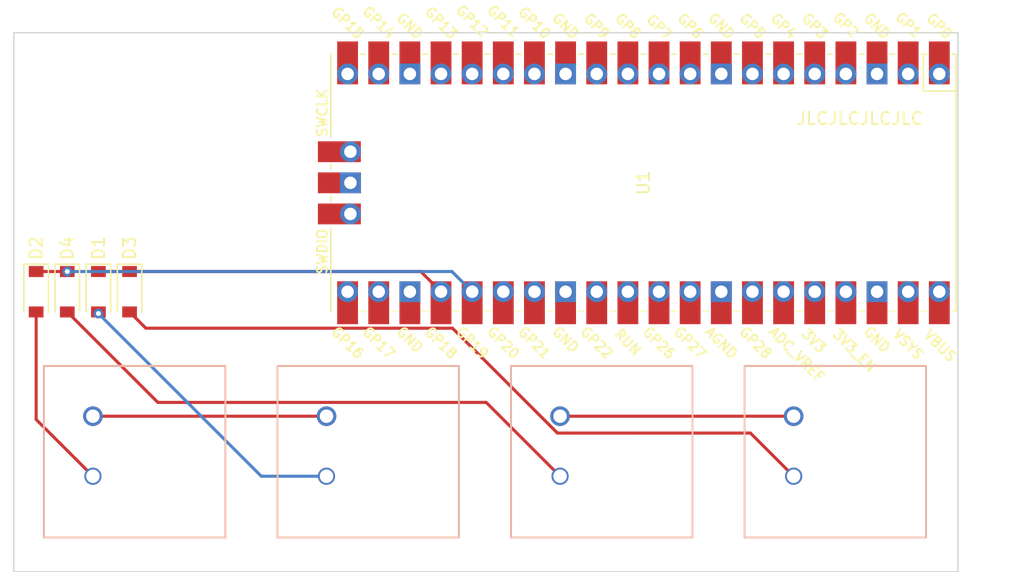
<source format=kicad_pcb>
(kicad_pcb (version 20211014) (generator pcbnew)
  (layers (0 "F.Cu" signal) (31 "B.Cu" signal) (34 "B.Paste" user) (35 "F.Paste" user) (36 "B.SilkS" user "B.Silkscreen") (37 "F.SilkS" user "F.Silkscreen") (38 "B.Mask" user) (39 "F.Mask" user) (44 "Edge.Cuts" user))
  (net 0 "")
  (net 1 "row0")
  (net 2 "row1")
  (net 3 "col0")
  (net 4 "col1")
  (net 40 "Net-(D1-Pad2)")
  (net 41 "Net-(D2-Pad2)")
  (net 42 "Net-(D3-Pad2)")
  (net 43 "Net-(D4-Pad2)")
  (footprint "Diode_SMD:D_SOD-123" (layer "F.Cu") (at 88.9 104.14 -90)
    (fp_text reference "D1" (at -3.556 0 90) (layer "F.SilkS"))
    (fp_text value "1N4148W")
    (fp_line (start -2.25 1) (end 1.65 1) (layer "F.SilkS") (width 0.12))
    (fp_line (start -2.25 -1) (end -2.25 1) (layer "F.SilkS") (width 0.12))
    (fp_line (start -2.25 -1) (end 1.65 -1) (layer "F.SilkS") (width 0.12))
    (pad "1" smd rect (at -1.65 0 270) (size 0.9 1.2) (layers "F.Cu" "F.Paste" "F.Mask") (net 1 "row0"))
    (pad "2" smd rect (at 1.65 0 270) (size 0.9 1.2) (layers "F.Cu" "F.Paste" "F.Mask") (net 40 "Net-(D1-Pad2)"))
  )
  (footprint "Diode_SMD:D_SOD-123" (layer "F.Cu") (at 83.82 104.14 -90)
    (fp_text reference "D2" (at -3.556 0 90) (layer "F.SilkS"))
    (fp_text value "1N4148W")
    (fp_line (start -2.25 1) (end 1.65 1) (layer "F.SilkS") (width 0.12))
    (fp_line (start -2.25 -1) (end -2.25 1) (layer "F.SilkS") (width 0.12))
    (fp_line (start -2.25 -1) (end 1.65 -1) (layer "F.SilkS") (width 0.12))
    (pad "1" smd rect (at -1.65 0 270) (size 0.9 1.2) (layers "F.Cu" "F.Paste" "F.Mask") (net 2 "row1"))
    (pad "2" smd rect (at 1.65 0 270) (size 0.9 1.2) (layers "F.Cu" "F.Paste" "F.Mask") (net 41 "Net-(D2-Pad2)"))
  )
  (footprint "Diode_SMD:D_SOD-123" (layer "F.Cu") (at 91.44 104.14 -90)
    (fp_text reference "D3" (at -3.556 0 90) (layer "F.SilkS"))
    (fp_text value "1N4148W")
    (fp_line (start -2.25 -1) (end 1.65 -1) (layer "F.SilkS") (width 0.12))
    (fp_line (start -2.25 1) (end 1.65 1) (layer "F.SilkS") (width 0.12))
    (fp_line (start -2.25 -1) (end -2.25 1) (layer "F.SilkS") (width 0.12))
    (pad "1" smd rect (at -1.65 0 270) (size 0.9 1.2) (layers "F.Cu" "F.Paste" "F.Mask") (net 1 "row0"))
    (pad "2" smd rect (at 1.65 0 270) (size 0.9 1.2) (layers "F.Cu" "F.Paste" "F.Mask") (net 42 "Net-(D3-Pad2)"))
  )
  (footprint "pg1425:Kailh-PG1425-X-Switch" (layer "F.Cu") (at 133.35 114.3)
    (fp_text reference "SW4" hide)
    (fp_text value "SW_PUSH")
    (fp_line (start -10.800008 9.899836) (end 3.999992 9.899836) (layer "B.SilkS") (width 0.15))
    (fp_line (start 3.999992 -4.100164) (end -10.800008 -4.100164) (layer "B.SilkS") (width 0.15))
    (fp_line (start -10.800008 -4.100164) (end -10.800008 9.899836) (layer "B.SilkS") (width 0.15))
    (fp_line (start 3.999992 9.899836) (end 3.999992 -4.100164) (layer "B.SilkS") (width 0.15))
    (fp_line (start -10.8 -4.1) (end 4 -4.1) (layer "F.SilkS") (width 0.15))
    (fp_line (start 4 9.9) (end -10.8 9.9) (layer "F.SilkS") (width 0.15))
    (fp_line (start 4 -4.1) (end 4 9.9) (layer "F.SilkS") (width 0.15))
    (fp_line (start -10.8 9.9) (end -10.8 -4.1) (layer "F.SilkS") (width 0.15))
    (pad "" np_thru_hole oval locked (at -3.4 3.8) (size 5.1 4.1) (drill oval 5.1 4.1) (layers *.Cu *.Mask))
    (pad "" np_thru_hole oval locked (at -1.85 3.8) (size 2 4.1) (drill oval 2 4.1) (layers *.Cu *.Mask))
    (pad "" np_thru_hole oval locked (at -5.8 3.8) (size 0.3 4.1) (drill oval 0.3 4.1) (layers *.Cu *.Mask))
    (pad "" np_thru_hole oval locked (at -3.4 1.9) (size 5.1 0.3) (drill oval 5.1 0.3) (layers *.Cu *.Mask))
    (pad "" np_thru_hole circle locked (at -8.900008 -2.600164 180) (size 1.3 1.3) (drill 1.3) (layers *.Cu *.Mask))
    (pad "" np_thru_hole oval locked (at -3.4 5.7) (size 5.1 0.3) (drill oval 5.1 0.3) (layers *.Cu *.Mask))
    (pad "" np_thru_hole oval locked (at -4.95 3.8) (size 2 4.1) (drill oval 2 4.1) (layers *.Cu *.Mask))
    (pad "" np_thru_hole oval locked (at -1 3.8) (size 0.3 4.1) (drill oval 0.3 4.1) (layers *.Cu *.Mask))
    (pad "" np_thru_hole circle locked (at 2.099992 8.399836 180) (size 1.3 1.3) (drill 1.3) (layers *.Cu *.Mask))
    (pad "1" thru_hole circle locked (at -6.800008 -0.000164 180) (size 1.6 1.6) (drill 1.1) (layers *.Cu *.Mask) (net 4 "col1"))
    (pad "2" thru_hole circle locked (at -6.800008 4.899836 180) (size 1.4 1.4) (drill 1.1) (layers *.Cu *.Mask) (net 43 "Net-(D4-Pad2)"))
  )
  (footprint "pg1425:Kailh-PG1425-X-Switch" (layer "F.Cu") (at 95.25 114.3)
    (fp_text reference "SW2" hide)
    (fp_text value "SW_PUSH")
    (fp_line (start -10.800008 9.899836) (end 3.999992 9.899836) (layer "B.SilkS") (width 0.15))
    (fp_line (start 3.999992 -4.100164) (end -10.800008 -4.100164) (layer "B.SilkS") (width 0.15))
    (fp_line (start 3.999992 9.899836) (end 3.999992 -4.100164) (layer "B.SilkS") (width 0.15))
    (fp_line (start -10.800008 -4.100164) (end -10.800008 9.899836) (layer "B.SilkS") (width 0.15))
    (fp_line (start 4 9.9) (end -10.8 9.9) (layer "F.SilkS") (width 0.15))
    (fp_line (start -10.8 -4.1) (end 4 -4.1) (layer "F.SilkS") (width 0.15))
    (fp_line (start -10.8 9.9) (end -10.8 -4.1) (layer "F.SilkS") (width 0.15))
    (fp_line (start 4 -4.1) (end 4 9.9) (layer "F.SilkS") (width 0.15))
    (pad "" np_thru_hole oval locked (at -4.95 3.8) (size 2 4.1) (drill oval 2 4.1) (layers *.Cu *.Mask))
    (pad "" np_thru_hole oval locked (at -5.8 3.8) (size 0.3 4.1) (drill oval 0.3 4.1) (layers *.Cu *.Mask))
    (pad "" np_thru_hole oval locked (at -1 3.8) (size 0.3 4.1) (drill oval 0.3 4.1) (layers *.Cu *.Mask))
    (pad "" np_thru_hole oval locked (at -1.85 3.8) (size 2 4.1) (drill oval 2 4.1) (layers *.Cu *.Mask))
    (pad "" np_thru_hole circle locked (at -8.900008 -2.600164 180) (size 1.3 1.3) (drill 1.3) (layers *.Cu *.Mask))
    (pad "" np_thru_hole oval locked (at -3.4 3.8) (size 5.1 4.1) (drill oval 5.1 4.1) (layers *.Cu *.Mask))
    (pad "" np_thru_hole oval locked (at -3.4 5.7) (size 5.1 0.3) (drill oval 5.1 0.3) (layers *.Cu *.Mask))
    (pad "" np_thru_hole oval locked (at -3.4 1.9) (size 5.1 0.3) (drill oval 5.1 0.3) (layers *.Cu *.Mask))
    (pad "" np_thru_hole circle locked (at 2.099992 8.399836 180) (size 1.3 1.3) (drill 1.3) (layers *.Cu *.Mask))
    (pad "1" thru_hole circle locked (at -6.800008 -0.000164 180) (size 1.6 1.6) (drill 1.1) (layers *.Cu *.Mask) (net 3 "col0"))
    (pad "2" thru_hole circle locked (at -6.800008 4.899836 180) (size 1.4 1.4) (drill 1.1) (layers *.Cu *.Mask) (net 41 "Net-(D2-Pad2)"))
  )
  (footprint "RPi-Pico:RPi_Pico_SMD_TH" (layer "F.Cu") (at 133.35 95.25 -90)
    (fp_text reference "U1" (at 0 0 90) (layer "F.SilkS"))
    (fp_text value "Pico")
    (fp_text user "ADC_VREF" (at 14 -12.5 135) (layer "F.SilkS") (effects (font (size 0.8 0.8))))
    (fp_text user "RUN" (at 13 1.27 135) (layer "F.SilkS") (effects (font (size 0.8 0.8))))
    (fp_text user "GP10" (at -13.054 8.89 135) (layer "F.SilkS") (effects (font (size 0.8 0.8))))
    (fp_text user "VBUS" (at 13.3 -24.2 135) (layer "F.SilkS") (effects (font (size 0.8 0.8))))
    (fp_text user "GP21" (at 13.054 8.9 135) (layer "F.SilkS") (effects (font (size 0.8 0.8))))
    (fp_text user "GP15" (at -13.054 24.13 135) (layer "F.SilkS") (effects (font (size 0.8 0.8))))
    (fp_text user "3V3_EN" (at 13.7 -17.2 135) (layer "F.SilkS") (effects (font (size 0.8 0.8))))
    (fp_text user "GND" (at 12.8 6.35 135) (layer "F.SilkS") (effects (font (size 0.8 0.8))))
    (fp_text user "GP0" (at -12.8 -24.13 135) (layer "F.SilkS") (effects (font (size 0.8 0.8))))
    (fp_text user "AGND" (at 13.054 -6.35 135) (layer "F.SilkS") (effects (font (size 0.8 0.8))))
    (fp_text user "GP16" (at 13.054 24.13 135) (layer "F.SilkS") (effects (font (size 0.8 0.8))))
    (fp_text user "SWDIO" (at 5.6 26.2 90) (layer "F.SilkS") (effects (font (size 0.8 0.8))))
    (fp_text user "GP3" (at -12.8 -13.97 135) (layer "F.SilkS") (effects (font (size 0.8 0.8))))
    (fp_text user "GP9" (at -12.8 3.81 135) (layer "F.SilkS") (effects (font (size 0.8 0.8))))
    (fp_text user "GP11" (at -13.2 11.43 135) (layer "F.SilkS") (effects (font (size 0.8 0.8))))
    (fp_text user "GP2" (at -12.9 -16.51 135) (layer "F.SilkS") (effects (font (size 0.8 0.8))))
    (fp_text user "VSYS" (at 13.2 -21.59 135) (layer "F.SilkS") (effects (font (size 0.8 0.8))))
    (fp_text user "GND" (at -12.8 -6.35 135) (layer "F.SilkS") (effects (font (size 0.8 0.8))))
    (fp_text user "GND" (at -12.8 -19.05 135) (layer "F.SilkS") (effects (font (size 0.8 0.8))))
    (fp_text user "SWCLK" (at -5.7 26.2 90) (layer "F.SilkS") (effects (font (size 0.8 0.8))))
    (fp_text user "GP5" (at -12.8 -8.89 135) (layer "F.SilkS") (effects (font (size 0.8 0.8))))
    (fp_text user "GND" (at -12.8 6.35 135) (layer "F.SilkS") (effects (font (size 0.8 0.8))))
    (fp_text user "GND" (at -12.8 19.05 135) (layer "F.SilkS") (effects (font (size 0.8 0.8))))
    (fp_text user "GP22" (at 13.054 3.81 135) (layer "F.SilkS") (effects (font (size 0.8 0.8))))
    (fp_text user "GP6" (at -12.8 -3.81 135) (layer "F.SilkS") (effects (font (size 0.8 0.8))))
    (fp_text user "GP18" (at 13.054 16.51 135) (layer "F.SilkS") (effects (font (size 0.8 0.8))))
    (fp_text user "GP4" (at -12.8 -11.43 135) (layer "F.SilkS") (effects (font (size 0.8 0.8))))
    (fp_text user "GP7" (at -12.7 -1.3 135) (layer "F.SilkS") (effects (font (size 0.8 0.8))))
    (fp_text user "GND" (at 12.8 -19.05 135) (layer "F.SilkS") (effects (font (size 0.8 0.8))))
    (fp_text user "GND" (at 12.8 19.05 135) (layer "F.SilkS") (effects (font (size 0.8 0.8))))
    (fp_text user "GP17" (at 13.054 21.59 135) (layer "F.SilkS") (effects (font (size 0.8 0.8))))
    (fp_text user "GP28" (at 13.054 -9.144 135) (layer "F.SilkS") (effects (font (size 0.8 0.8))))
    (fp_text user "GP13" (at -13.054 16.51 135) (layer "F.SilkS") (effects (font (size 0.8 0.8))))
    (fp_text user "GP20" (at 13.054 11.43 135) (layer "F.SilkS") (effects (font (size 0.8 0.8))))
    (fp_text user "GP14" (at -13.1 21.59 135) (layer "F.SilkS") (effects (font (size 0.8 0.8))))
    (fp_text user "GP8" (at -12.8 1.27 135) (layer "F.SilkS") (effects (font (size 0.8 0.8))))
    (fp_text user "GP26" (at 13.054 -1.27 135) (layer "F.SilkS") (effects (font (size 0.8 0.8))))
    (fp_text user "GP1" (at -12.9 -21.6 135) (layer "F.SilkS") (effects (font (size 0.8 0.8))))
    (fp_text user "GP19" (at 13.054 13.97 135) (layer "F.SilkS") (effects (font (size 0.8 0.8))))
    (fp_text user "3V3" (at 12.9 -13.9 135) (layer "F.SilkS") (effects (font (size 0.8 0.8))))
    (fp_text user "GP12" (at -13.2 13.97 135) (layer "F.SilkS") (effects (font (size 0.8 0.8))))
    (fp_text user "GP27" (at 13.054 -3.8 135) (layer "F.SilkS") (effects (font (size 0.8 0.8))))
    (fp_line (start 1.1 25.5) (end 1.5 25.5) (layer "F.SilkS") (width 0.12))
    (fp_line (start -10.5 12.5) (end -10.5 12.9) (layer "F.SilkS") (width 0.12))
    (fp_line (start 10.5 -18) (end 10.5 -17.6) (layer "F.SilkS") (width 0.12))
    (fp_line (start -10.5 -10.4) (end -10.5 -10) (layer "F.SilkS") (width 0.12))
    (fp_line (start -10.5 17.6) (end -10.5 18) (layer "F.SilkS") (width 0.12))
    (fp_line (start 10.5 -2.7) (end 10.5 -2.3) (layer "F.SilkS") (width 0.12))
    (fp_line (start -10.5 7.4) (end -10.5 7.8) (layer "F.SilkS") (width 0.12))
    (fp_line (start 10.5 -15.4) (end 10.5 -15) (layer "F.SilkS") (width 0.12))
    (fp_line (start -10.5 -7.8) (end -10.5 -7.4) (layer "F.SilkS") (width 0.12))
    (fp_line (start -10.5 -15.4) (end -10.5 -15) (layer "F.SilkS") (width 0.12))
    (fp_line (start -10.5 -18) (end -10.5 -17.6) (layer "F.SilkS") (width 0.12))
    (fp_line (start 10.5 17.6) (end 10.5 18) (layer "F.SilkS") (width 0.12))
    (fp_line (start 10.5 -10.4) (end 10.5 -10) (layer "F.SilkS") (width 0.12))
    (fp_line (start 10.5 -12.9) (end 10.5 -12.5) (layer "F.SilkS") (width 0.12))
    (fp_line (start 10.5 15.1) (end 10.5 15.5) (layer "F.SilkS") (width 0.12))
    (fp_line (start 10.5 4.9) (end 10.5 5.3) (layer "F.SilkS") (width 0.12))
    (fp_line (start 10.5 2.3) (end 10.5 2.7) (layer "F.SilkS") (width 0.12))
    (fp_line (start -1.5 25.5) (end -1.1 25.5) (layer "F.SilkS") (width 0.12))
    (fp_line (start -10.5 -12.9) (end -10.5 -12.5) (layer "F.SilkS") (width 0.12))
    (fp_line (start 10.5 25.5) (end 3.7 25.5) (layer "F.SilkS") (width 0.12))
    (fp_line (start -10.5 10) (end -10.5 10.4) (layer "F.SilkS") (width 0.12))
    (fp_line (start -10.5 22.7) (end -10.5 23.1) (layer "F.SilkS") (width 0.12))
    (fp_line (start 10.5 22.7) (end 10.5 23.1) (layer "F.SilkS") (width 0.12))
    (fp_line (start 10.5 -5.3) (end 10.5 -4.9) (layer "F.SilkS") (width 0.12))
    (fp_line (start 10.5 10) (end 10.5 10.4) (layer "F.SilkS") (width 0.12))
    (fp_line (start 10.5 7.4) (end 10.5 7.8) (layer "F.SilkS") (width 0.12))
    (fp_line (start -10.5 -2.7) (end -10.5 -2.3) (layer "F.SilkS") (width 0.12))
    (fp_line (start -7.493 -22.833) (end -7.493 -25.5) (layer "F.SilkS") (width 0.12))
    (fp_line (start -10.5 -23.1) (end -10.5 -22.7) (layer "F.SilkS") (width 0.12))
    (fp_line (start 10.5 -20.5) (end 10.5 -20.1) (layer "F.SilkS") (width 0.12))
    (fp_line (start 10.5 -25.5) (end 10.5 -25.2) (layer "F.SilkS") (width 0.12))
    (fp_line (start -10.5 20.1) (end -10.5 20.5) (layer "F.SilkS") (width 0.12))
    (fp_line (start 10.5 -0.2) (end 10.5 0.2) (layer "F.SilkS") (width 0.12))
    (fp_line (start -10.5 -5.3) (end -10.5 -4.9) (layer "F.SilkS") (width 0.12))
    (fp_line (start -10.5 -20.5) (end -10.5 -20.1) (layer "F.SilkS") (width 0.12))
    (fp_line (start -10.5 2.3) (end -10.5 2.7) (layer "F.SilkS") (width 0.12))
    (fp_line (start -3.7 25.5) (end -10.5 25.5) (layer "F.SilkS") (width 0.12))
    (fp_line (start -10.5 15.1) (end -10.5 15.5) (layer "F.SilkS") (width 0.12))
    (fp_line (start -10.5 4.9) (end -10.5 5.3) (layer "F.SilkS") (width 0.12))
    (fp_line (start 10.5 -23.1) (end 10.5 -22.7) (layer "F.SilkS") (width 0.12))
    (fp_line (start 10.5 -7.8) (end 10.5 -7.4) (layer "F.SilkS") (width 0.12))
    (fp_line (start -10.5 -25.5) (end -10.5 -25.2) (layer "F.SilkS") (width 0.12))
    (fp_line (start -10.5 -0.2) (end -10.5 0.2) (layer "F.SilkS") (width 0.12))
    (fp_line (start 10.5 12.5) (end 10.5 12.9) (layer "F.SilkS") (width 0.12))
    (fp_line (start 10.5 20.1) (end 10.5 20.5) (layer "F.SilkS") (width 0.12))
    (fp_line (start -10.5 -22.833) (end -7.493 -22.833) (layer "F.SilkS") (width 0.12))
    (fp_line (start -10.5 -25.5) (end 10.5 -25.5) (layer "F.SilkS") (width 0.12))
    (pad "" np_thru_hole oval (at 2.725 -24 270) (size 1.8 1.8) (drill 1.8) (layers *.Cu *.Mask))
    (pad "" np_thru_hole oval (at -2.425 -20.97 270) (size 1.5 1.5) (drill 1.5) (layers *.Cu *.Mask))
    (pad "" np_thru_hole oval (at -2.725 -24 270) (size 1.8 1.8) (drill 1.8) (layers *.Cu *.Mask))
    (pad "" np_thru_hole oval (at 2.425 -20.97 270) (size 1.5 1.5) (drill 1.5) (layers *.Cu *.Mask))
    (pad "1" smd rect (at -8.89 -24.13 270) (size 3.5 1.7) (drill (offset -0.9 0)) (layers "F.Cu" "F.Mask"))
    (pad "1" thru_hole oval (at -8.89 -24.13 270) (size 1.7 1.7) (drill 1.02) (layers *.Cu *.Mask))
    (pad "2" smd rect (at -8.89 -21.59 270) (size 3.5 1.7) (drill (offset -0.9 0)) (layers "F.Cu" "F.Mask"))
    (pad "2" thru_hole oval (at -8.89 -21.59 270) (size 1.7 1.7) (drill 1.02) (layers *.Cu *.Mask))
    (pad "3" thru_hole rect (at -8.89 -19.05 270) (size 1.7 1.7) (drill 1.02) (layers *.Cu *.Mask))
    (pad "3" smd rect (at -8.89 -19.05 270) (size 3.5 1.7) (drill (offset -0.9 0)) (layers "F.Cu" "F.Mask"))
    (pad "4" thru_hole oval (at -8.89 -16.51 270) (size 1.7 1.7) (drill 1.02) (layers *.Cu *.Mask))
    (pad "4" smd rect (at -8.89 -16.51 270) (size 3.5 1.7) (drill (offset -0.9 0)) (layers "F.Cu" "F.Mask"))
    (pad "5" smd rect (at -8.89 -13.97 270) (size 3.5 1.7) (drill (offset -0.9 0)) (layers "F.Cu" "F.Mask"))
    (pad "5" thru_hole oval (at -8.89 -13.97 270) (size 1.7 1.7) (drill 1.02) (layers *.Cu *.Mask))
    (pad "6" thru_hole oval (at -8.89 -11.43 270) (size 1.7 1.7) (drill 1.02) (layers *.Cu *.Mask))
    (pad "6" smd rect (at -8.89 -11.43 270) (size 3.5 1.7) (drill (offset -0.9 0)) (layers "F.Cu" "F.Mask"))
    (pad "7" smd rect (at -8.89 -8.89 270) (size 3.5 1.7) (drill (offset -0.9 0)) (layers "F.Cu" "F.Mask"))
    (pad "7" thru_hole oval (at -8.89 -8.89 270) (size 1.7 1.7) (drill 1.02) (layers *.Cu *.Mask))
    (pad "8" smd rect (at -8.89 -6.35 270) (size 3.5 1.7) (drill (offset -0.9 0)) (layers "F.Cu" "F.Mask"))
    (pad "8" thru_hole rect (at -8.89 -6.35 270) (size 1.7 1.7) (drill 1.02) (layers *.Cu *.Mask))
    (pad "9" thru_hole oval (at -8.89 -3.81 270) (size 1.7 1.7) (drill 1.02) (layers *.Cu *.Mask))
    (pad "9" smd rect (at -8.89 -3.81 270) (size 3.5 1.7) (drill (offset -0.9 0)) (layers "F.Cu" "F.Mask"))
    (pad "10" thru_hole oval (at -8.89 -1.27 270) (size 1.7 1.7) (drill 1.02) (layers *.Cu *.Mask))
    (pad "10" smd rect (at -8.89 -1.27 270) (size 3.5 1.7) (drill (offset -0.9 0)) (layers "F.Cu" "F.Mask"))
    (pad "11" smd rect (at -8.89 1.27 270) (size 3.5 1.7) (drill (offset -0.9 0)) (layers "F.Cu" "F.Mask"))
    (pad "11" thru_hole oval (at -8.89 1.27 270) (size 1.7 1.7) (drill 1.02) (layers *.Cu *.Mask))
    (pad "12" thru_hole oval (at -8.89 3.81 270) (size 1.7 1.7) (drill 1.02) (layers *.Cu *.Mask))
    (pad "12" smd rect (at -8.89 3.81 270) (size 3.5 1.7) (drill (offset -0.9 0)) (layers "F.Cu" "F.Mask"))
    (pad "13" smd rect (at -8.89 6.35 270) (size 3.5 1.7) (drill (offset -0.9 0)) (layers "F.Cu" "F.Mask"))
    (pad "13" thru_hole rect (at -8.89 6.35 270) (size 1.7 1.7) (drill 1.02) (layers *.Cu *.Mask))
    (pad "14" smd rect (at -8.89 8.89 270) (size 3.5 1.7) (drill (offset -0.9 0)) (layers "F.Cu" "F.Mask"))
    (pad "14" thru_hole oval (at -8.89 8.89 270) (size 1.7 1.7) (drill 1.02) (layers *.Cu *.Mask))
    (pad "15" thru_hole oval (at -8.89 11.43 270) (size 1.7 1.7) (drill 1.02) (layers *.Cu *.Mask))
    (pad "15" smd rect (at -8.89 11.43 270) (size 3.5 1.7) (drill (offset -0.9 0)) (layers "F.Cu" "F.Mask"))
    (pad "16" thru_hole oval (at -8.89 13.97 270) (size 1.7 1.7) (drill 1.02) (layers *.Cu *.Mask))
    (pad "16" smd rect (at -8.89 13.97 270) (size 3.5 1.7) (drill (offset -0.9 0)) (layers "F.Cu" "F.Mask"))
    (pad "17" thru_hole oval (at -8.89 16.51 270) (size 1.7 1.7) (drill 1.02) (layers *.Cu *.Mask))
    (pad "17" smd rect (at -8.89 16.51 270) (size 3.5 1.7) (drill (offset -0.9 0)) (layers "F.Cu" "F.Mask"))
    (pad "18" thru_hole rect (at -8.89 19.05 270) (size 1.7 1.7) (drill 1.02) (layers *.Cu *.Mask))
    (pad "18" smd rect (at -8.89 19.05 270) (size 3.5 1.7) (drill (offset -0.9 0)) (layers "F.Cu" "F.Mask"))
    (pad "19" thru_hole oval (at -8.89 21.59 270) (size 1.7 1.7) (drill 1.02) (layers *.Cu *.Mask))
    (pad "19" smd rect (at -8.89 21.59 270) (size 3.5 1.7) (drill (offset -0.9 0)) (layers "F.Cu" "F.Mask"))
    (pad "20" smd rect (at -8.89 24.13 270) (size 3.5 1.7) (drill (offset -0.9 0)) (layers "F.Cu" "F.Mask"))
    (pad "20" thru_hole oval (at -8.89 24.13 270) (size 1.7 1.7) (drill 1.02) (layers *.Cu *.Mask))
    (pad "21" thru_hole oval (at 8.89 24.13 270) (size 1.7 1.7) (drill 1.02) (layers *.Cu *.Mask) (net 3 "col0"))
    (pad "21" smd rect (at 8.89 24.13 270) (size 3.5 1.7) (drill (offset 0.9 0)) (layers "F.Cu" "F.Mask") (net 3 "col0"))
    (pad "22" smd rect (at 8.89 21.59 270) (size 3.5 1.7) (drill (offset 0.9 0)) (layers "F.Cu" "F.Mask") (net 4 "col1"))
    (pad "22" thru_hole oval (at 8.89 21.59 270) (size 1.7 1.7) (drill 1.02) (layers *.Cu *.Mask) (net 4 "col1"))
    (pad "23" thru_hole rect (at 8.89 19.05 270) (size 1.7 1.7) (drill 1.02) (layers *.Cu *.Mask))
    (pad "23" smd rect (at 8.89 19.05 270) (size 3.5 1.7) (drill (offset 0.9 0)) (layers "F.Cu" "F.Mask"))
    (pad "24" smd rect (at 8.89 16.51 270) (size 3.5 1.7) (drill (offset 0.9 0)) (layers "F.Cu" "F.Mask") (net 1 "row0"))
    (pad "24" thru_hole oval (at 8.89 16.51 270) (size 1.7 1.7) (drill 1.02) (layers *.Cu *.Mask) (net 1 "row0"))
    (pad "25" thru_hole oval (at 8.89 13.97 270) (size 1.7 1.7) (drill 1.02) (layers *.Cu *.Mask) (net 2 "row1"))
    (pad "25" smd rect (at 8.89 13.97 270) (size 3.5 1.7) (drill (offset 0.9 0)) (layers "F.Cu" "F.Mask") (net 2 "row1"))
    (pad "26" thru_hole oval (at 8.89 11.43 270) (size 1.7 1.7) (drill 1.02) (layers *.Cu *.Mask))
    (pad "26" smd rect (at 8.89 11.43 270) (size 3.5 1.7) (drill (offset 0.9 0)) (layers "F.Cu" "F.Mask"))
    (pad "27" smd rect (at 8.89 8.89 270) (size 3.5 1.7) (drill (offset 0.9 0)) (layers "F.Cu" "F.Mask"))
    (pad "27" thru_hole oval (at 8.89 8.89 270) (size 1.7 1.7) (drill 1.02) (layers *.Cu *.Mask))
    (pad "28" thru_hole rect (at 8.89 6.35 270) (size 1.7 1.7) (drill 1.02) (layers *.Cu *.Mask))
    (pad "28" smd rect (at 8.89 6.35 270) (size 3.5 1.7) (drill (offset 0.9 0)) (layers "F.Cu" "F.Mask"))
    (pad "29" thru_hole oval (at 8.89 3.81 270) (size 1.7 1.7) (drill 1.02) (layers *.Cu *.Mask))
    (pad "29" smd rect (at 8.89 3.81 270) (size 3.5 1.7) (drill (offset 0.9 0)) (layers "F.Cu" "F.Mask"))
    (pad "30" smd rect (at 8.89 1.27 270) (size 3.5 1.7) (drill (offset 0.9 0)) (layers "F.Cu" "F.Mask"))
    (pad "30" thru_hole oval (at 8.89 1.27 270) (size 1.7 1.7) (drill 1.02) (layers *.Cu *.Mask))
    (pad "31" smd rect (at 8.89 -1.27 270) (size 3.5 1.7) (drill (offset 0.9 0)) (layers "F.Cu" "F.Mask"))
    (pad "31" thru_hole oval (at 8.89 -1.27 270) (size 1.7 1.7) (drill 1.02) (layers *.Cu *.Mask))
    (pad "32" smd rect (at 8.89 -3.81 270) (size 3.5 1.7) (drill (offset 0.9 0)) (layers "F.Cu" "F.Mask"))
    (pad "32" thru_hole oval (at 8.89 -3.81 270) (size 1.7 1.7) (drill 1.02) (layers *.Cu *.Mask))
    (pad "33" thru_hole rect (at 8.89 -6.35 270) (size 1.7 1.7) (drill 1.02) (layers *.Cu *.Mask))
    (pad "33" smd rect (at 8.89 -6.35 270) (size 3.5 1.7) (drill (offset 0.9 0)) (layers "F.Cu" "F.Mask"))
    (pad "34" thru_hole oval (at 8.89 -8.89 270) (size 1.7 1.7) (drill 1.02) (layers *.Cu *.Mask))
    (pad "34" smd rect (at 8.89 -8.89 270) (size 3.5 1.7) (drill (offset 0.9 0)) (layers "F.Cu" "F.Mask"))
    (pad "35" thru_hole oval (at 8.89 -11.43 270) (size 1.7 1.7) (drill 1.02) (layers *.Cu *.Mask))
    (pad "35" smd rect (at 8.89 -11.43 270) (size 3.5 1.7) (drill (offset 0.9 0)) (layers "F.Cu" "F.Mask"))
    (pad "36" thru_hole oval (at 8.89 -13.97 270) (size 1.7 1.7) (drill 1.02) (layers *.Cu *.Mask))
    (pad "36" smd rect (at 8.89 -13.97 270) (size 3.5 1.7) (drill (offset 0.9 0)) (layers "F.Cu" "F.Mask"))
    (pad "37" thru_hole oval (at 8.89 -16.51 270) (size 1.7 1.7) (drill 1.02) (layers *.Cu *.Mask))
    (pad "37" smd rect (at 8.89 -16.51 270) (size 3.5 1.7) (drill (offset 0.9 0)) (layers "F.Cu" "F.Mask"))
    (pad "38" smd rect (at 8.89 -19.05 270) (size 3.5 1.7) (drill (offset 0.9 0)) (layers "F.Cu" "F.Mask"))
    (pad "38" thru_hole rect (at 8.89 -19.05 270) (size 1.7 1.7) (drill 1.02) (layers *.Cu *.Mask))
    (pad "39" smd rect (at 8.89 -21.59 270) (size 3.5 1.7) (drill (offset 0.9 0)) (layers "F.Cu" "F.Mask"))
    (pad "39" thru_hole oval (at 8.89 -21.59 270) (size 1.7 1.7) (drill 1.02) (layers *.Cu *.Mask))
    (pad "40" thru_hole oval (at 8.89 -24.13 270) (size 1.7 1.7) (drill 1.02) (layers *.Cu *.Mask))
    (pad "40" smd rect (at 8.89 -24.13 270) (size 3.5 1.7) (drill (offset 0.9 0)) (layers "F.Cu" "F.Mask"))
    (pad "41" smd rect (at -2.54 23.9) (size 3.5 1.7) (drill (offset -0.9 0)) (layers "F.Cu" "F.Mask"))
    (pad "41" thru_hole oval (at -2.54 23.9 270) (size 1.7 1.7) (drill 1.02) (layers *.Cu *.Mask))
    (pad "42" smd rect (at 0 23.9) (size 3.5 1.7) (drill (offset -0.9 0)) (layers "F.Cu" "F.Mask"))
    (pad "42" thru_hole rect (at 0 23.9 270) (size 1.7 1.7) (drill 1.02) (layers *.Cu *.Mask))
    (pad "43" smd rect (at 2.54 23.9) (size 3.5 1.7) (drill (offset -0.9 0)) (layers "F.Cu" "F.Mask"))
    (pad "43" thru_hole oval (at 2.54 23.9 270) (size 1.7 1.7) (drill 1.02) (layers *.Cu *.Mask))
  )
  (footprint "pg1425:Kailh-PG1425-X-Switch" (layer "F.Cu") (at 152.4 114.3)
    (fp_text reference "SW3" hide)
    (fp_text value "SW_PUSH")
    (fp_line (start -10.800008 -4.100164) (end -10.800008 9.899836) (layer "B.SilkS") (width 0.15))
    (fp_line (start 3.999992 -4.100164) (end -10.800008 -4.100164) (layer "B.SilkS") (width 0.15))
    (fp_line (start -10.800008 9.899836) (end 3.999992 9.899836) (layer "B.SilkS") (width 0.15))
    (fp_line (start 3.999992 9.899836) (end 3.999992 -4.100164) (layer "B.SilkS") (width 0.15))
    (fp_line (start -10.8 9.9) (end -10.8 -4.1) (layer "F.SilkS") (width 0.15))
    (fp_line (start 4 9.9) (end -10.8 9.9) (layer "F.SilkS") (width 0.15))
    (fp_line (start -10.8 -4.1) (end 4 -4.1) (layer "F.SilkS") (width 0.15))
    (fp_line (start 4 -4.1) (end 4 9.9) (layer "F.SilkS") (width 0.15))
    (pad "" np_thru_hole oval locked (at -1.85 3.8) (size 2 4.1) (drill oval 2 4.1) (layers *.Cu *.Mask))
    (pad "" np_thru_hole circle locked (at 2.099992 8.399836 180) (size 1.3 1.3) (drill 1.3) (layers *.Cu *.Mask))
    (pad "" np_thru_hole circle locked (at -8.900008 -2.600164 180) (size 1.3 1.3) (drill 1.3) (layers *.Cu *.Mask))
    (pad "" np_thru_hole oval locked (at -3.4 1.9) (size 5.1 0.3) (drill oval 5.1 0.3) (layers *.Cu *.Mask))
    (pad "" np_thru_hole oval locked (at -1 3.8) (size 0.3 4.1) (drill oval 0.3 4.1) (layers *.Cu *.Mask))
    (pad "" np_thru_hole oval locked (at -3.4 3.8) (size 5.1 4.1) (drill oval 5.1 4.1) (layers *.Cu *.Mask))
    (pad "" np_thru_hole oval locked (at -3.4 5.7) (size 5.1 0.3) (drill oval 5.1 0.3) (layers *.Cu *.Mask))
    (pad "" np_thru_hole oval locked (at -5.8 3.8) (size 0.3 4.1) (drill oval 0.3 4.1) (layers *.Cu *.Mask))
    (pad "" np_thru_hole oval locked (at -4.95 3.8) (size 2 4.1) (drill oval 2 4.1) (layers *.Cu *.Mask))
    (pad "1" thru_hole circle locked (at -6.800008 -0.000164 180) (size 1.6 1.6) (drill 1.1) (layers *.Cu *.Mask) (net 4 "col1"))
    (pad "2" thru_hole circle locked (at -6.800008 4.899836 180) (size 1.4 1.4) (drill 1.1) (layers *.Cu *.Mask) (net 42 "Net-(D3-Pad2)"))
  )
  (footprint "pg1425:Kailh-PG1425-X-Switch" (layer "F.Cu") (at 114.3 114.3)
    (fp_text reference "SW1" hide)
    (fp_text value "SW_PUSH")
    (fp_line (start -10.800008 -4.100164) (end -10.800008 9.899836) (layer "B.SilkS") (width 0.15))
    (fp_line (start 3.999992 9.899836) (end 3.999992 -4.100164) (layer "B.SilkS") (width 0.15))
    (fp_line (start 3.999992 -4.100164) (end -10.800008 -4.100164) (layer "B.SilkS") (width 0.15))
    (fp_line (start -10.800008 9.899836) (end 3.999992 9.899836) (layer "B.SilkS") (width 0.15))
    (fp_line (start -10.8 9.9) (end -10.8 -4.1) (layer "F.SilkS") (width 0.15))
    (fp_line (start 4 -4.1) (end 4 9.9) (layer "F.SilkS") (width 0.15))
    (fp_line (start 4 9.9) (end -10.8 9.9) (layer "F.SilkS") (width 0.15))
    (fp_line (start -10.8 -4.1) (end 4 -4.1) (layer "F.SilkS") (width 0.15))
    (pad "" np_thru_hole oval locked (at -3.4 3.8) (size 5.1 4.1) (drill oval 5.1 4.1) (layers *.Cu *.Mask))
    (pad "" np_thru_hole oval locked (at -5.8 3.8) (size 0.3 4.1) (drill oval 0.3 4.1) (layers *.Cu *.Mask))
    (pad "" np_thru_hole oval locked (at -1 3.8) (size 0.3 4.1) (drill oval 0.3 4.1) (layers *.Cu *.Mask))
    (pad "" np_thru_hole circle locked (at -8.900008 -2.600164 180) (size 1.3 1.3) (drill 1.3) (layers *.Cu *.Mask))
    (pad "" np_thru_hole oval locked (at -3.4 1.9) (size 5.1 0.3) (drill oval 5.1 0.3) (layers *.Cu *.Mask))
    (pad "" np_thru_hole oval locked (at -3.4 5.7) (size 5.1 0.3) (drill oval 5.1 0.3) (layers *.Cu *.Mask))
    (pad "" np_thru_hole oval locked (at -1.85 3.8) (size 2 4.1) (drill oval 2 4.1) (layers *.Cu *.Mask))
    (pad "" np_thru_hole circle locked (at 2.099992 8.399836 180) (size 1.3 1.3) (drill 1.3) (layers *.Cu *.Mask))
    (pad "" np_thru_hole oval locked (at -4.95 3.8) (size 2 4.1) (drill oval 2 4.1) (layers *.Cu *.Mask))
    (pad "1" thru_hole circle locked (at -6.800008 -0.000164 180) (size 1.6 1.6) (drill 1.1) (layers *.Cu *.Mask) (net 3 "col0"))
    (pad "2" thru_hole circle locked (at -6.800008 4.899836 180) (size 1.4 1.4) (drill 1.1) (layers *.Cu *.Mask) (net 40 "Net-(D1-Pad2)"))
  )
  (footprint "Diode_SMD:D_SOD-123" (layer "F.Cu") (at 86.36 104.14 -90)
    (fp_text reference "D4" (at -3.556 0 90) (layer "F.SilkS"))
    (fp_text value "1N4148W")
    (fp_line (start -2.25 -1) (end 1.65 -1) (layer "F.SilkS") (width 0.12))
    (fp_line (start -2.25 1) (end 1.65 1) (layer "F.SilkS") (width 0.12))
    (fp_line (start -2.25 -1) (end -2.25 1) (layer "F.SilkS") (width 0.12))
    (pad "1" smd rect (at -1.65 0 270) (size 0.9 1.2) (layers "F.Cu" "F.Paste" "F.Mask") (net 2 "row1"))
    (pad "2" smd rect (at 1.65 0 270) (size 0.9 1.2) (layers "F.Cu" "F.Paste" "F.Mask") (net 43 "Net-(D4-Pad2)"))
  )
  (gr_line (start 82 127) (end 159 127) (layer "Edge.Cuts") (width 0.1))
  (gr_line (start 159 83) (end 82 83) (layer "Edge.Cuts") (width 0.1))
  (gr_line (start 82 83) (end 82 127) (layer "Edge.Cuts") (width 0.1))
  (gr_line (start 159 127) (end 159 83) (layer "Edge.Cuts") (width 0.1))
  (gr_text "JLCJLCJLCJLC" (at 151 90) (layer "F.SilkS") (effects (font (size 1 1))))
  (segment (start 115.19 102.49) (end 116.84 104.14) (width 0.25) (layer "F.Cu") (net 1))
  (segment (start 91.44 102.49) (end 115.19 102.49) (width 0.25) (layer "F.Cu") (net 1))
  (segment (start 88.9 102.49) (end 91.44 102.49) (width 0.25) (layer "F.Cu") (net 1))
  (segment (start 83.82 102.49) (end 86.36 102.49) (width 0.25) (layer "F.Cu") (net 2))
  (via (at 86.36 102.49) (size 0.8) (drill 0.4) (layers "F.Cu" "B.Cu") (net 2))
  (segment (start 86.36 102.49) (end 117.73 102.49) (width 0.25) (layer "B.Cu") (net 2))
  (segment (start 117.73 102.49) (end 119.38 104.14) (width 0.25) (layer "B.Cu") (net 2))
  (segment (start 107.499992 114.299836) (end 88.449992 114.299836) (width 0.25) (layer "F.Cu") (net 3))
  (segment (start 126.549992 114.299836) (end 145.599992 114.299836) (width 0.25) (layer "F.Cu") (net 4))
  (via (at 88.9 105.918) (size 0.8) (drill 0.4) (layers "F.Cu" "B.Cu") (net 40))
  (segment (start 102.181836 119.199836) (end 107.499992 119.199836) (width 0.25) (layer "B.Cu") (net 40))
  (segment (start 88.9 105.918) (end 102.181836 119.199836) (width 0.25) (layer "B.Cu") (net 40))
  (segment (start 83.82 105.79) (end 83.82 114.569844) (width 0.25) (layer "F.Cu") (net 41))
  (segment (start 83.82 114.569844) (end 88.449992 119.199836) (width 0.25) (layer "F.Cu") (net 41))
  (segment (start 117.774367 107.114511) (end 126.335336 115.67548) (width 0.25) (layer "F.Cu") (net 42))
  (segment (start 91.44 105.79) (end 92.764511 107.114511) (width 0.25) (layer "F.Cu") (net 42))
  (segment (start 92.764511 107.114511) (end 117.774367 107.114511) (width 0.25) (layer "F.Cu") (net 42))
  (segment (start 126.335336 115.67548) (end 142.075636 115.67548) (width 0.25) (layer "F.Cu") (net 42))
  (segment (start 142.075636 115.67548) (end 145.599992 119.199836) (width 0.25) (layer "F.Cu") (net 42))
  (segment (start 120.525481 113.175325) (end 126.549992 119.199836) (width 0.25) (layer "F.Cu") (net 43))
  (segment (start 86.36 105.79) (end 93.745325 113.175325) (width 0.25) (layer "F.Cu") (net 43))
  (segment (start 93.745325 113.175325) (end 120.525481 113.175325) (width 0.25) (layer "F.Cu") (net 43))
)
</source>
